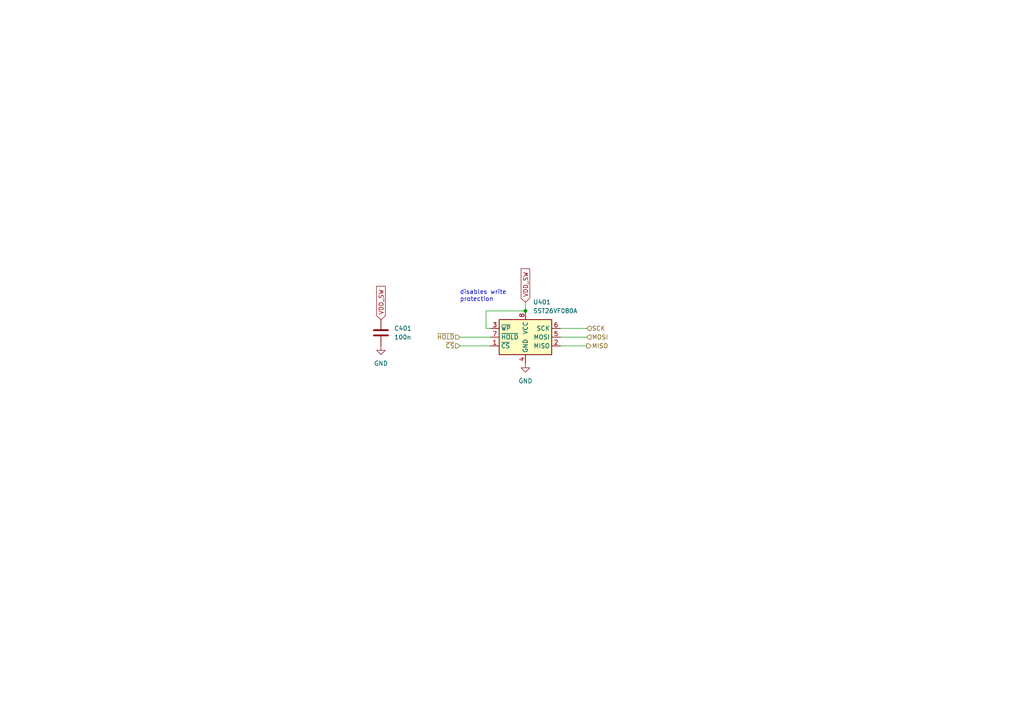
<source format=kicad_sch>
(kicad_sch (version 20231120) (generator "eeschema") (generator_version "8.0")
  (paper "A4")
  (lib_symbols
    (symbol "Device:C" (pin_numbers hide) (pin_names (offset 0.254))
      (property "Reference" "C" (at 0.635 2.54 0))
      (property "Value" "C" (at 0.635 -2.54 0))
      (symbol "C_0_1"
        (polyline (pts (xy -2.032 -0.762) (xy 2.032 -0.762)) (stroke (width 0.508)))
        (polyline (pts (xy -2.032 0.762) (xy 2.032 0.762)) (stroke (width 0.508)))
      )
      (symbol "C_1_1"
        (pin passive line (at 0 3.81 270) (length 2.794) (name "~") (number "1"))
        (pin passive line (at 0 -3.81 90) (length 2.794) (name "~") (number "2"))
      )
    )
    (symbol "SST26VF080A:SST26VF080A"
      (property "Reference" "U" (at -7.62 6.35 0))
      (property "Value" "SST26VF080A" (at 2.54 -6.35 0))
      (symbol "SST26VF080A_1_1"
        (rectangle (start -7.62 5.08) (end 7.62 -5.08) (stroke (width 0.254)) (fill (type background)))
        (pin input line (at -10.16 -2.54 0) (length 2.54) (name "~{CS}") (number "1"))
        (pin tri_state line (at 10.16 -2.54 180) (length 2.54) (name "MISO") (number "2"))
        (pin input line (at -10.16 2.54 0) (length 2.54) (name "~{WP}") (number "3"))
        (pin power_in line (at 0 -7.62 90) (length 2.54) (name "GND") (number "4"))
        (pin input line (at 10.16 0 180) (length 2.54) (name "MOSI") (number "5"))
        (pin input line (at 10.16 2.54 180) (length 2.54) (name "SCK") (number "6"))
        (pin input line (at -10.16 0 0) (length 2.54) (name "~{HOLD}") (number "7"))
        (pin power_in line (at 0 7.62 270) (length 2.54) (name "VCC") (number "8"))
        (pin passive line (at 0 -7.62 90) (length 2.54) hide (name "GND") (number "9"))
      )
    )
    (symbol "power:GND" (power) (pin_names (offset 0))
      (property "Value" "GND" (at 0 -3.81 0))
      (symbol "GND_0_1"
        (polyline (pts (xy 0 0) (xy 0 -1.27) (xy 1.27 -1.27) (xy 0 -2.54) (xy -1.27 -1.27) (xy 0 -1.27)))
      )
      (symbol "GND_1_1"
        (pin power_in line (at 0 0 270) (length 0) hide (name "GND") (number "1"))
      )
    )
  )
  (junction (at 152.4 90.17))
  (wire (pts (xy 140.97 90.17) (xy 140.97 95.25)))
  (wire (pts (xy 140.97 95.25) (xy 142.24 95.25)))
  (wire (pts (xy 162.56 95.25) (xy 170.18 95.25)))
  (wire (pts (xy 162.56 100.33) (xy 170.18 100.33)))
  (wire (pts (xy 133.35 100.33) (xy 142.24 100.33)))
  (wire (pts (xy 152.4 87.63) (xy 152.4 90.17)))
  (wire (pts (xy 162.56 97.79) (xy 170.18 97.79)))
  (wire (pts (xy 133.35 97.79) (xy 142.24 97.79)))
  (wire (pts (xy 152.4 90.17) (xy 140.97 90.17)))
  (text "disables write\nprotection" (at 133.35 87.63 0) (effects (font (size 1.27 1.27)) (justify left bottom)))
  (global_label "VDD_SW" (shape input) (at 110.49 92.71 90) (property "Intersheetrefs" "${INTERSHEET_REFS}" (effects (hide yes))))
  (global_label "VDD_SW" (shape input) (at 152.4 87.63 90) (property "Intersheetrefs" "${INTERSHEET_REFS}" (effects (hide yes))))
  (hierarchical_label "SCK" (shape input) (at 170.18 95.25 0))
  (hierarchical_label "MOSI" (shape input) (at 170.18 97.79 0))
  (hierarchical_label "MISO" (shape output) (at 170.18 100.33 0))
  (hierarchical_label "~{HOLD}" (shape input) (at 133.35 97.79 180))
  (hierarchical_label "~{CS}" (shape input) (at 133.35 100.33 180))
  (symbol (lib_id "power:GND") (at 152.4 105.41 0) (unit 1)
    (property "Reference" "#PWR0402" (effects (hide yes)))
    (property "Value" "GND" (at 152.4 110.49 0))
  )
  (symbol (lib_id "power:GND") (at 110.49 100.33 0) (unit 1)
    (property "Reference" "#PWR0401" (effects (hide yes)))
    (property "Value" "GND" (at 110.49 105.41 0))
  )
  (symbol (lib_id "SST26VF080A:SST26VF080A") (at 152.4 97.79 0) (unit 1)
    (property "Reference" "U401" (at 154.5941 87.63 0) (effects (justify left)))
    (property "Value" "SST26VF080A" (at 154.5941 90.17 0) (effects (justify left)))
    (property "Footprint" "Package_DFN_QFN:WDFN-8-1EP_6x5mm_P1.27mm_EP3.4x4mm" (effects (hide yes)))
    (property "Datasheet" "https://www.tme.eu/Document/bd96ccd0a160cf4e320b9da15fa415fa/26VF080A-104IMF.pdf" (effects (hide yes)))
  )
  (symbol (lib_id "Device:C") (at 110.49 96.52 0) (unit 1)
    (property "Reference" "C401" (at 114.3 95.25 0) (effects (justify left)))
    (property "Value" "100n" (at 114.3 97.79 0) (effects (justify left)))
    (property "Footprint" "Capacitor_SMD:C_0402_1005Metric" (effects (hide yes)))
  )
)
</source>
